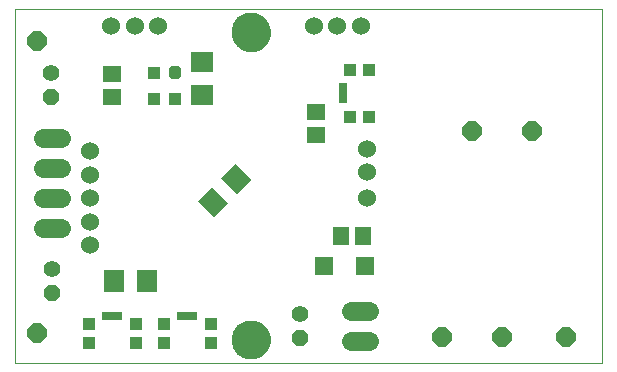
<source format=gbs>
G75*
%MOIN*%
%OFA0B0*%
%FSLAX25Y25*%
%IPPOS*%
%LPD*%
%AMOC8*
5,1,8,0,0,1.08239X$1,22.5*
%
%ADD10C,0.00000*%
%ADD11C,0.12998*%
%ADD12C,0.06000*%
%ADD13R,0.06306X0.05518*%
%ADD14R,0.05518X0.06306*%
%ADD15R,0.06306X0.06306*%
%ADD16R,0.06699X0.07487*%
%ADD17OC8,0.05600*%
%ADD18C,0.05600*%
%ADD19OC8,0.06400*%
%ADD20R,0.07487X0.06699*%
%ADD21C,0.01972*%
%ADD22R,0.03943X0.04337*%
%ADD23C,0.06400*%
%ADD24R,0.04337X0.04337*%
%ADD25R,0.02565X0.07093*%
%ADD26R,0.07093X0.02565*%
D10*
X0012716Y0017082D02*
X0012716Y0135193D01*
X0208513Y0135193D01*
X0208513Y0017082D01*
X0139537Y0017082D01*
X0085157Y0024956D02*
X0085159Y0025114D01*
X0085165Y0025272D01*
X0085175Y0025430D01*
X0085189Y0025588D01*
X0085207Y0025745D01*
X0085228Y0025902D01*
X0085254Y0026058D01*
X0085284Y0026214D01*
X0085317Y0026369D01*
X0085355Y0026522D01*
X0085396Y0026675D01*
X0085441Y0026827D01*
X0085490Y0026978D01*
X0085543Y0027127D01*
X0085599Y0027275D01*
X0085659Y0027421D01*
X0085723Y0027566D01*
X0085791Y0027709D01*
X0085862Y0027851D01*
X0085936Y0027991D01*
X0086014Y0028128D01*
X0086096Y0028264D01*
X0086180Y0028398D01*
X0086269Y0028529D01*
X0086360Y0028658D01*
X0086455Y0028785D01*
X0086552Y0028910D01*
X0086653Y0029032D01*
X0086757Y0029151D01*
X0086864Y0029268D01*
X0086974Y0029382D01*
X0087087Y0029493D01*
X0087202Y0029602D01*
X0087320Y0029707D01*
X0087441Y0029809D01*
X0087564Y0029909D01*
X0087690Y0030005D01*
X0087818Y0030098D01*
X0087948Y0030188D01*
X0088081Y0030274D01*
X0088216Y0030358D01*
X0088352Y0030437D01*
X0088491Y0030514D01*
X0088632Y0030586D01*
X0088774Y0030656D01*
X0088918Y0030721D01*
X0089064Y0030783D01*
X0089211Y0030841D01*
X0089360Y0030896D01*
X0089510Y0030947D01*
X0089661Y0030994D01*
X0089813Y0031037D01*
X0089966Y0031076D01*
X0090121Y0031112D01*
X0090276Y0031143D01*
X0090432Y0031171D01*
X0090588Y0031195D01*
X0090745Y0031215D01*
X0090903Y0031231D01*
X0091060Y0031243D01*
X0091219Y0031251D01*
X0091377Y0031255D01*
X0091535Y0031255D01*
X0091693Y0031251D01*
X0091852Y0031243D01*
X0092009Y0031231D01*
X0092167Y0031215D01*
X0092324Y0031195D01*
X0092480Y0031171D01*
X0092636Y0031143D01*
X0092791Y0031112D01*
X0092946Y0031076D01*
X0093099Y0031037D01*
X0093251Y0030994D01*
X0093402Y0030947D01*
X0093552Y0030896D01*
X0093701Y0030841D01*
X0093848Y0030783D01*
X0093994Y0030721D01*
X0094138Y0030656D01*
X0094280Y0030586D01*
X0094421Y0030514D01*
X0094560Y0030437D01*
X0094696Y0030358D01*
X0094831Y0030274D01*
X0094964Y0030188D01*
X0095094Y0030098D01*
X0095222Y0030005D01*
X0095348Y0029909D01*
X0095471Y0029809D01*
X0095592Y0029707D01*
X0095710Y0029602D01*
X0095825Y0029493D01*
X0095938Y0029382D01*
X0096048Y0029268D01*
X0096155Y0029151D01*
X0096259Y0029032D01*
X0096360Y0028910D01*
X0096457Y0028785D01*
X0096552Y0028658D01*
X0096643Y0028529D01*
X0096732Y0028398D01*
X0096816Y0028264D01*
X0096898Y0028128D01*
X0096976Y0027991D01*
X0097050Y0027851D01*
X0097121Y0027709D01*
X0097189Y0027566D01*
X0097253Y0027421D01*
X0097313Y0027275D01*
X0097369Y0027127D01*
X0097422Y0026978D01*
X0097471Y0026827D01*
X0097516Y0026675D01*
X0097557Y0026522D01*
X0097595Y0026369D01*
X0097628Y0026214D01*
X0097658Y0026058D01*
X0097684Y0025902D01*
X0097705Y0025745D01*
X0097723Y0025588D01*
X0097737Y0025430D01*
X0097747Y0025272D01*
X0097753Y0025114D01*
X0097755Y0024956D01*
X0097753Y0024798D01*
X0097747Y0024640D01*
X0097737Y0024482D01*
X0097723Y0024324D01*
X0097705Y0024167D01*
X0097684Y0024010D01*
X0097658Y0023854D01*
X0097628Y0023698D01*
X0097595Y0023543D01*
X0097557Y0023390D01*
X0097516Y0023237D01*
X0097471Y0023085D01*
X0097422Y0022934D01*
X0097369Y0022785D01*
X0097313Y0022637D01*
X0097253Y0022491D01*
X0097189Y0022346D01*
X0097121Y0022203D01*
X0097050Y0022061D01*
X0096976Y0021921D01*
X0096898Y0021784D01*
X0096816Y0021648D01*
X0096732Y0021514D01*
X0096643Y0021383D01*
X0096552Y0021254D01*
X0096457Y0021127D01*
X0096360Y0021002D01*
X0096259Y0020880D01*
X0096155Y0020761D01*
X0096048Y0020644D01*
X0095938Y0020530D01*
X0095825Y0020419D01*
X0095710Y0020310D01*
X0095592Y0020205D01*
X0095471Y0020103D01*
X0095348Y0020003D01*
X0095222Y0019907D01*
X0095094Y0019814D01*
X0094964Y0019724D01*
X0094831Y0019638D01*
X0094696Y0019554D01*
X0094560Y0019475D01*
X0094421Y0019398D01*
X0094280Y0019326D01*
X0094138Y0019256D01*
X0093994Y0019191D01*
X0093848Y0019129D01*
X0093701Y0019071D01*
X0093552Y0019016D01*
X0093402Y0018965D01*
X0093251Y0018918D01*
X0093099Y0018875D01*
X0092946Y0018836D01*
X0092791Y0018800D01*
X0092636Y0018769D01*
X0092480Y0018741D01*
X0092324Y0018717D01*
X0092167Y0018697D01*
X0092009Y0018681D01*
X0091852Y0018669D01*
X0091693Y0018661D01*
X0091535Y0018657D01*
X0091377Y0018657D01*
X0091219Y0018661D01*
X0091060Y0018669D01*
X0090903Y0018681D01*
X0090745Y0018697D01*
X0090588Y0018717D01*
X0090432Y0018741D01*
X0090276Y0018769D01*
X0090121Y0018800D01*
X0089966Y0018836D01*
X0089813Y0018875D01*
X0089661Y0018918D01*
X0089510Y0018965D01*
X0089360Y0019016D01*
X0089211Y0019071D01*
X0089064Y0019129D01*
X0088918Y0019191D01*
X0088774Y0019256D01*
X0088632Y0019326D01*
X0088491Y0019398D01*
X0088352Y0019475D01*
X0088216Y0019554D01*
X0088081Y0019638D01*
X0087948Y0019724D01*
X0087818Y0019814D01*
X0087690Y0019907D01*
X0087564Y0020003D01*
X0087441Y0020103D01*
X0087320Y0020205D01*
X0087202Y0020310D01*
X0087087Y0020419D01*
X0086974Y0020530D01*
X0086864Y0020644D01*
X0086757Y0020761D01*
X0086653Y0020880D01*
X0086552Y0021002D01*
X0086455Y0021127D01*
X0086360Y0021254D01*
X0086269Y0021383D01*
X0086180Y0021514D01*
X0086096Y0021648D01*
X0086014Y0021784D01*
X0085936Y0021921D01*
X0085862Y0022061D01*
X0085791Y0022203D01*
X0085723Y0022346D01*
X0085659Y0022491D01*
X0085599Y0022637D01*
X0085543Y0022785D01*
X0085490Y0022934D01*
X0085441Y0023085D01*
X0085396Y0023237D01*
X0085355Y0023390D01*
X0085317Y0023543D01*
X0085284Y0023698D01*
X0085254Y0023854D01*
X0085228Y0024010D01*
X0085207Y0024167D01*
X0085189Y0024324D01*
X0085175Y0024482D01*
X0085165Y0024640D01*
X0085159Y0024798D01*
X0085157Y0024956D01*
X0012716Y0017082D02*
X0208513Y0017082D01*
X0085157Y0127319D02*
X0085159Y0127477D01*
X0085165Y0127635D01*
X0085175Y0127793D01*
X0085189Y0127951D01*
X0085207Y0128108D01*
X0085228Y0128265D01*
X0085254Y0128421D01*
X0085284Y0128577D01*
X0085317Y0128732D01*
X0085355Y0128885D01*
X0085396Y0129038D01*
X0085441Y0129190D01*
X0085490Y0129341D01*
X0085543Y0129490D01*
X0085599Y0129638D01*
X0085659Y0129784D01*
X0085723Y0129929D01*
X0085791Y0130072D01*
X0085862Y0130214D01*
X0085936Y0130354D01*
X0086014Y0130491D01*
X0086096Y0130627D01*
X0086180Y0130761D01*
X0086269Y0130892D01*
X0086360Y0131021D01*
X0086455Y0131148D01*
X0086552Y0131273D01*
X0086653Y0131395D01*
X0086757Y0131514D01*
X0086864Y0131631D01*
X0086974Y0131745D01*
X0087087Y0131856D01*
X0087202Y0131965D01*
X0087320Y0132070D01*
X0087441Y0132172D01*
X0087564Y0132272D01*
X0087690Y0132368D01*
X0087818Y0132461D01*
X0087948Y0132551D01*
X0088081Y0132637D01*
X0088216Y0132721D01*
X0088352Y0132800D01*
X0088491Y0132877D01*
X0088632Y0132949D01*
X0088774Y0133019D01*
X0088918Y0133084D01*
X0089064Y0133146D01*
X0089211Y0133204D01*
X0089360Y0133259D01*
X0089510Y0133310D01*
X0089661Y0133357D01*
X0089813Y0133400D01*
X0089966Y0133439D01*
X0090121Y0133475D01*
X0090276Y0133506D01*
X0090432Y0133534D01*
X0090588Y0133558D01*
X0090745Y0133578D01*
X0090903Y0133594D01*
X0091060Y0133606D01*
X0091219Y0133614D01*
X0091377Y0133618D01*
X0091535Y0133618D01*
X0091693Y0133614D01*
X0091852Y0133606D01*
X0092009Y0133594D01*
X0092167Y0133578D01*
X0092324Y0133558D01*
X0092480Y0133534D01*
X0092636Y0133506D01*
X0092791Y0133475D01*
X0092946Y0133439D01*
X0093099Y0133400D01*
X0093251Y0133357D01*
X0093402Y0133310D01*
X0093552Y0133259D01*
X0093701Y0133204D01*
X0093848Y0133146D01*
X0093994Y0133084D01*
X0094138Y0133019D01*
X0094280Y0132949D01*
X0094421Y0132877D01*
X0094560Y0132800D01*
X0094696Y0132721D01*
X0094831Y0132637D01*
X0094964Y0132551D01*
X0095094Y0132461D01*
X0095222Y0132368D01*
X0095348Y0132272D01*
X0095471Y0132172D01*
X0095592Y0132070D01*
X0095710Y0131965D01*
X0095825Y0131856D01*
X0095938Y0131745D01*
X0096048Y0131631D01*
X0096155Y0131514D01*
X0096259Y0131395D01*
X0096360Y0131273D01*
X0096457Y0131148D01*
X0096552Y0131021D01*
X0096643Y0130892D01*
X0096732Y0130761D01*
X0096816Y0130627D01*
X0096898Y0130491D01*
X0096976Y0130354D01*
X0097050Y0130214D01*
X0097121Y0130072D01*
X0097189Y0129929D01*
X0097253Y0129784D01*
X0097313Y0129638D01*
X0097369Y0129490D01*
X0097422Y0129341D01*
X0097471Y0129190D01*
X0097516Y0129038D01*
X0097557Y0128885D01*
X0097595Y0128732D01*
X0097628Y0128577D01*
X0097658Y0128421D01*
X0097684Y0128265D01*
X0097705Y0128108D01*
X0097723Y0127951D01*
X0097737Y0127793D01*
X0097747Y0127635D01*
X0097753Y0127477D01*
X0097755Y0127319D01*
X0097753Y0127161D01*
X0097747Y0127003D01*
X0097737Y0126845D01*
X0097723Y0126687D01*
X0097705Y0126530D01*
X0097684Y0126373D01*
X0097658Y0126217D01*
X0097628Y0126061D01*
X0097595Y0125906D01*
X0097557Y0125753D01*
X0097516Y0125600D01*
X0097471Y0125448D01*
X0097422Y0125297D01*
X0097369Y0125148D01*
X0097313Y0125000D01*
X0097253Y0124854D01*
X0097189Y0124709D01*
X0097121Y0124566D01*
X0097050Y0124424D01*
X0096976Y0124284D01*
X0096898Y0124147D01*
X0096816Y0124011D01*
X0096732Y0123877D01*
X0096643Y0123746D01*
X0096552Y0123617D01*
X0096457Y0123490D01*
X0096360Y0123365D01*
X0096259Y0123243D01*
X0096155Y0123124D01*
X0096048Y0123007D01*
X0095938Y0122893D01*
X0095825Y0122782D01*
X0095710Y0122673D01*
X0095592Y0122568D01*
X0095471Y0122466D01*
X0095348Y0122366D01*
X0095222Y0122270D01*
X0095094Y0122177D01*
X0094964Y0122087D01*
X0094831Y0122001D01*
X0094696Y0121917D01*
X0094560Y0121838D01*
X0094421Y0121761D01*
X0094280Y0121689D01*
X0094138Y0121619D01*
X0093994Y0121554D01*
X0093848Y0121492D01*
X0093701Y0121434D01*
X0093552Y0121379D01*
X0093402Y0121328D01*
X0093251Y0121281D01*
X0093099Y0121238D01*
X0092946Y0121199D01*
X0092791Y0121163D01*
X0092636Y0121132D01*
X0092480Y0121104D01*
X0092324Y0121080D01*
X0092167Y0121060D01*
X0092009Y0121044D01*
X0091852Y0121032D01*
X0091693Y0121024D01*
X0091535Y0121020D01*
X0091377Y0121020D01*
X0091219Y0121024D01*
X0091060Y0121032D01*
X0090903Y0121044D01*
X0090745Y0121060D01*
X0090588Y0121080D01*
X0090432Y0121104D01*
X0090276Y0121132D01*
X0090121Y0121163D01*
X0089966Y0121199D01*
X0089813Y0121238D01*
X0089661Y0121281D01*
X0089510Y0121328D01*
X0089360Y0121379D01*
X0089211Y0121434D01*
X0089064Y0121492D01*
X0088918Y0121554D01*
X0088774Y0121619D01*
X0088632Y0121689D01*
X0088491Y0121761D01*
X0088352Y0121838D01*
X0088216Y0121917D01*
X0088081Y0122001D01*
X0087948Y0122087D01*
X0087818Y0122177D01*
X0087690Y0122270D01*
X0087564Y0122366D01*
X0087441Y0122466D01*
X0087320Y0122568D01*
X0087202Y0122673D01*
X0087087Y0122782D01*
X0086974Y0122893D01*
X0086864Y0123007D01*
X0086757Y0123124D01*
X0086653Y0123243D01*
X0086552Y0123365D01*
X0086455Y0123490D01*
X0086360Y0123617D01*
X0086269Y0123746D01*
X0086180Y0123877D01*
X0086096Y0124011D01*
X0086014Y0124147D01*
X0085936Y0124284D01*
X0085862Y0124424D01*
X0085791Y0124566D01*
X0085723Y0124709D01*
X0085659Y0124854D01*
X0085599Y0125000D01*
X0085543Y0125148D01*
X0085490Y0125297D01*
X0085441Y0125448D01*
X0085396Y0125600D01*
X0085355Y0125753D01*
X0085317Y0125906D01*
X0085284Y0126061D01*
X0085254Y0126217D01*
X0085228Y0126373D01*
X0085207Y0126530D01*
X0085189Y0126687D01*
X0085175Y0126845D01*
X0085165Y0127003D01*
X0085159Y0127161D01*
X0085157Y0127319D01*
D11*
X0091456Y0127319D03*
X0091456Y0024956D03*
D12*
X0037716Y0056334D03*
X0037716Y0064208D03*
X0037716Y0072082D03*
X0037716Y0079956D03*
X0037716Y0087830D03*
X0044842Y0129582D03*
X0052716Y0129582D03*
X0060590Y0129582D03*
X0112342Y0129582D03*
X0120216Y0129582D03*
X0128090Y0129582D03*
X0130216Y0088519D03*
X0130216Y0080645D03*
X0130216Y0072082D03*
D13*
X0113287Y0093244D03*
X0113287Y0100724D03*
X0045216Y0105842D03*
X0045216Y0113323D03*
D14*
X0121476Y0059582D03*
X0128956Y0059582D03*
D15*
X0129507Y0049386D03*
X0115728Y0049386D03*
D16*
G36*
X0073804Y0070963D02*
X0078540Y0075699D01*
X0083832Y0070407D01*
X0079096Y0065671D01*
X0073804Y0070963D01*
G37*
G36*
X0081599Y0078758D02*
X0086335Y0083494D01*
X0091627Y0078202D01*
X0086891Y0073466D01*
X0081599Y0078758D01*
G37*
X0056978Y0044582D03*
X0045954Y0044582D03*
D17*
X0025216Y0040582D03*
X0107716Y0025582D03*
X0024674Y0105681D03*
D18*
X0024674Y0113681D03*
X0025216Y0048582D03*
X0107716Y0033582D03*
D19*
X0155216Y0025832D03*
X0175216Y0025832D03*
X0196466Y0025832D03*
X0185216Y0094582D03*
X0165216Y0094582D03*
X0020216Y0124582D03*
X0020216Y0027082D03*
D20*
X0075216Y0106571D03*
X0075216Y0117594D03*
D21*
X0065274Y0115095D02*
X0065274Y0112731D01*
X0065274Y0115095D02*
X0067244Y0115095D01*
X0067244Y0112731D01*
X0065274Y0112731D01*
X0065274Y0114702D02*
X0067244Y0114702D01*
D22*
X0059173Y0113913D03*
X0059173Y0105252D03*
X0066259Y0105252D03*
D23*
X0028216Y0092082D02*
X0022216Y0092082D01*
X0022216Y0082082D02*
X0028216Y0082082D01*
X0028216Y0072082D02*
X0022216Y0072082D01*
X0022216Y0062082D02*
X0028216Y0062082D01*
X0124716Y0034582D02*
X0130716Y0034582D01*
X0130716Y0024582D02*
X0124716Y0024582D01*
D24*
X0078090Y0023933D03*
X0078090Y0030232D03*
X0062342Y0030232D03*
X0062342Y0023933D03*
X0053090Y0023933D03*
X0053090Y0030232D03*
X0037342Y0030232D03*
X0037342Y0023933D03*
X0124566Y0099208D03*
X0130865Y0099208D03*
X0130865Y0114956D03*
X0124566Y0114956D03*
D25*
X0122106Y0107082D03*
D26*
X0070216Y0032693D03*
X0045216Y0032693D03*
M02*

</source>
